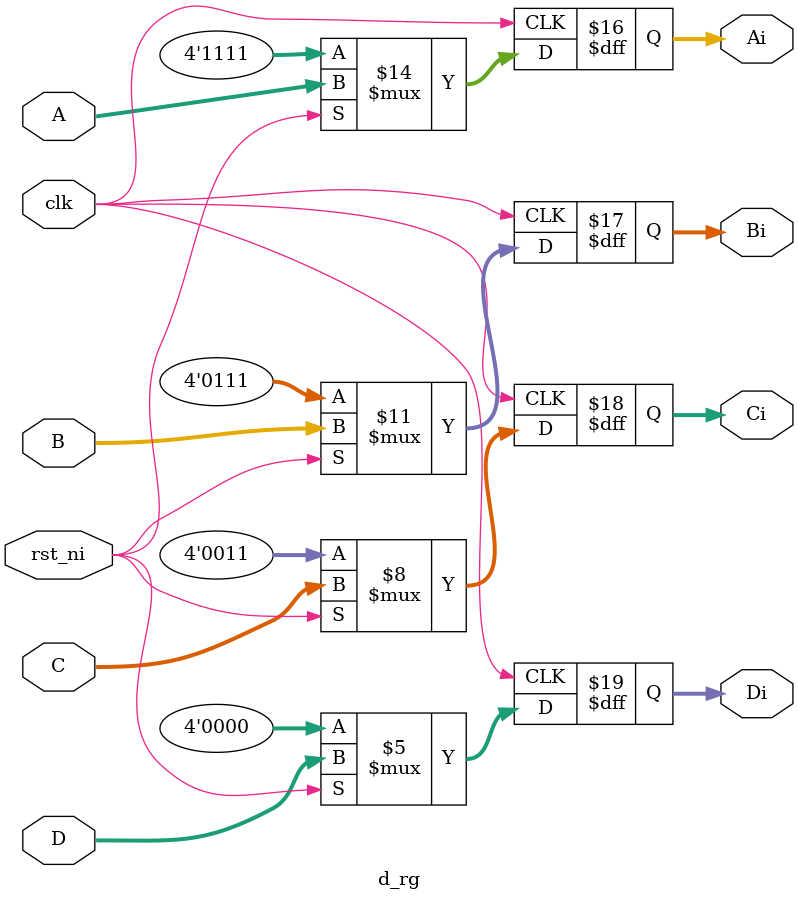
<source format=sv>
module d_rg 
(input clk, rst_ni,
 input [3:0] A, B, C, D,
 output reg [3:0] Ai, Bi, Ci, Di);

initial begin
	Ai = 4'hf;
	Bi = 4'h7;
	Ci = 4'h3;
	Di = 4'h0;
end

always @(posedge clk )
if (!rst_ni) begin 
		Ai = 4'hf;
		Bi = 4'h7;
		Ci = 4'h3;
		Di = 4'h0;
	end
else begin 
		Ai <= A; 
		Bi <= B;
		Ci <= C;
		Di <= D;
	end
				
endmodule 
</source>
